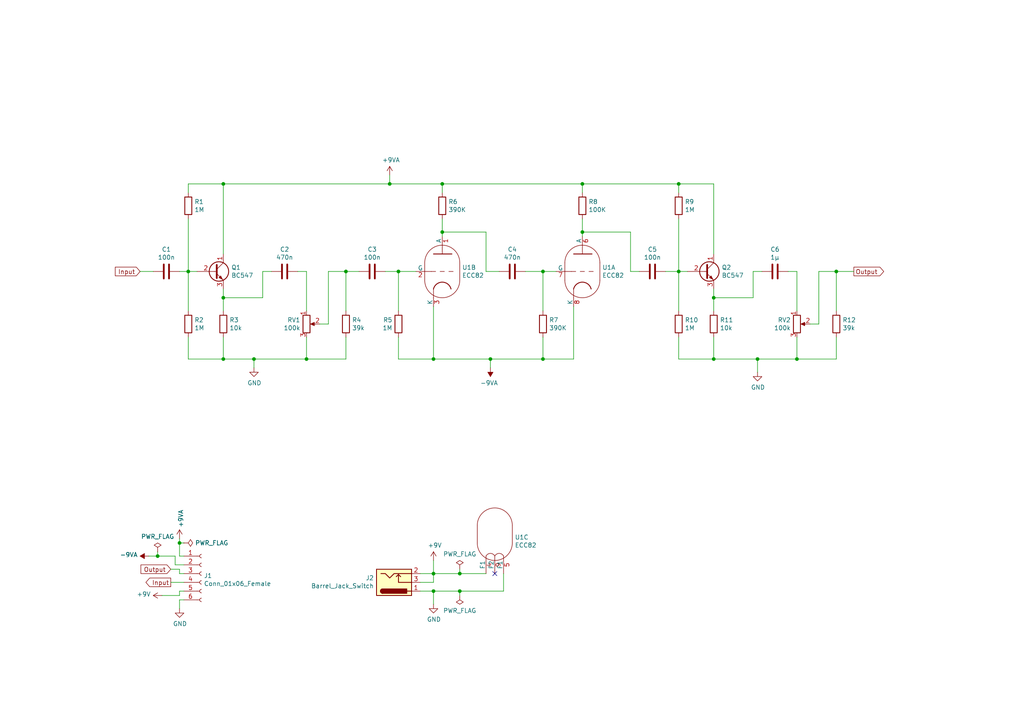
<source format=kicad_sch>
(kicad_sch (version 20211123) (generator eeschema)
  (paper "A4")
  (title_block (title "Triode Sun") (date "2022-01-21") (rev "${REVISION}") (company "${COMPANY}") (comment 1 "${LICENSE}"))
  (lib_symbols
    (symbol "Connector:Barrel_Jack_Switch" (pin_names hide)
      (property "Reference" "J" (at 0 5.334 0))
      (property "Value" "Barrel_Jack_Switch" (at 0 -5.08 0))
      (symbol "Barrel_Jack_Switch_0_1"
        (rectangle (start -5.08 3.81) (end 5.08 -3.81) (stroke (width 0.254)) (fill (type background)))
        (arc (start -3.302 3.175) (mid -3.937 2.54) (end -3.302 1.905) (stroke (width 0.254)))
        (arc (start -3.302 3.175) (mid -3.937 2.54) (end -3.302 1.905) (stroke (width 0.254)) (fill (type outline)))
        (polyline (pts (xy 1.27 -2.286) (xy 1.905 -1.651)) (stroke (width 0.254)))
        (polyline (pts (xy 5.08 2.54) (xy 3.81 2.54)) (stroke (width 0.254)))
        (polyline (pts (xy 5.08 0) (xy 1.27 0) (xy 1.27 -2.286) (xy 0.635 -1.651)) (stroke (width 0.254)))
        (polyline (pts (xy -3.81 -2.54) (xy -2.54 -2.54) (xy -1.27 -1.27) (xy 0 -2.54) (xy 2.54 -2.54) (xy 5.08 -2.54)) (stroke (width 0.254)))
        (rectangle (start 3.683 3.175) (end -3.302 1.905) (stroke (width 0.254)) (fill (type outline)))
      )
      (symbol "Barrel_Jack_Switch_1_1"
        (pin passive line (at 7.62 2.54 180) (length 2.54) (name "~") (number "1"))
        (pin passive line (at 7.62 -2.54 180) (length 2.54) (name "~") (number "2"))
        (pin passive line (at 7.62 0 180) (length 2.54) (name "~") (number "3"))
      )
    )
    (symbol "Connector:Conn_01x06_Female" (pin_names (offset 1.016) hide)
      (property "Reference" "J" (at 0 7.62 0))
      (property "Value" "Conn_01x06_Female" (at 0 -10.16 0))
      (symbol "Conn_01x06_Female_1_1"
        (arc (start 0 -7.112) (mid -0.508 -7.62) (end 0 -8.128) (stroke (width 0.1524)))
        (arc (start 0 -4.572) (mid -0.508 -5.08) (end 0 -5.588) (stroke (width 0.1524)))
        (arc (start 0 -2.032) (mid -0.508 -2.54) (end 0 -3.048) (stroke (width 0.1524)))
        (polyline (pts (xy -1.27 -7.62) (xy -0.508 -7.62)) (stroke (width 0.1524)))
        (polyline (pts (xy -1.27 -5.08) (xy -0.508 -5.08)) (stroke (width 0.1524)))
        (polyline (pts (xy -1.27 -2.54) (xy -0.508 -2.54)) (stroke (width 0.1524)))
        (polyline (pts (xy -1.27 0) (xy -0.508 0)) (stroke (width 0.1524)))
        (polyline (pts (xy -1.27 2.54) (xy -0.508 2.54)) (stroke (width 0.1524)))
        (polyline (pts (xy -1.27 5.08) (xy -0.508 5.08)) (stroke (width 0.1524)))
        (arc (start 0 0.508) (mid -0.508 0) (end 0 -0.508) (stroke (width 0.1524)))
        (arc (start 0 3.048) (mid -0.508 2.54) (end 0 2.032) (stroke (width 0.1524)))
        (arc (start 0 5.588) (mid -0.508 5.08) (end 0 4.572) (stroke (width 0.1524)))
        (pin passive line (at -5.08 5.08 0) (length 3.81) (name "Pin_1") (number "1"))
        (pin passive line (at -5.08 2.54 0) (length 3.81) (name "Pin_2") (number "2"))
        (pin passive line (at -5.08 0 0) (length 3.81) (name "Pin_3") (number "3"))
        (pin passive line (at -5.08 -2.54 0) (length 3.81) (name "Pin_4") (number "4"))
        (pin passive line (at -5.08 -5.08 0) (length 3.81) (name "Pin_5") (number "5"))
        (pin passive line (at -5.08 -7.62 0) (length 3.81) (name "Pin_6") (number "6"))
      )
    )
    (symbol "Device:C" (pin_numbers hide) (pin_names (offset 0.254))
      (property "Reference" "C" (at 0.635 2.54 0))
      (property "Value" "C" (at 0.635 -2.54 0))
      (symbol "C_0_1"
        (polyline (pts (xy -2.032 -0.762) (xy 2.032 -0.762)) (stroke (width 0.508)))
        (polyline (pts (xy -2.032 0.762) (xy 2.032 0.762)) (stroke (width 0.508)))
      )
      (symbol "C_1_1"
        (pin passive line (at 0 3.81 270) (length 2.794) (name "~") (number "1"))
        (pin passive line (at 0 -3.81 90) (length 2.794) (name "~") (number "2"))
      )
    )
    (symbol "Device:R" (pin_numbers hide) (pin_names (offset 0))
      (property "Reference" "R" (at 2.032 0 90))
      (property "Value" "R" (at 0 0 90))
      (symbol "R_0_1"
        (rectangle (start -1.016 -2.54) (end 1.016 2.54) (stroke (width 0.254)))
      )
      (symbol "R_1_1"
        (pin passive line (at 0 3.81 270) (length 1.27) (name "~") (number "1"))
        (pin passive line (at 0 -3.81 90) (length 1.27) (name "~") (number "2"))
      )
    )
    (symbol "Device:R_POT" (pin_names (offset 1.016) hide)
      (property "Reference" "RV" (at -4.445 0 90))
      (property "Value" "Device_R_POT" (at -2.54 0 90))
      (symbol "R_POT_0_1"
        (polyline (pts (xy 2.54 0) (xy 1.524 0)))
        (polyline (pts (xy 1.143 0) (xy 2.286 0.508) (xy 2.286 -0.508) (xy 1.143 0)) (fill (type outline)))
        (rectangle (start 1.016 2.54) (end -1.016 -2.54) (stroke (width 0.254)))
      )
      (symbol "R_POT_1_1"
        (pin passive line (at 0 3.81 270) (length 1.27) (name "1") (number "1"))
        (pin passive line (at 3.81 0 180) (length 1.27) (name "2") (number "2"))
        (pin passive line (at 0 -3.81 90) (length 1.27) (name "3") (number "3"))
      )
    )
    (symbol "Transistor_BJT:BC547" (pin_names (offset 0) hide)
      (property "Reference" "Q" (at 5.08 1.905 0))
      (property "Value" "BC547" (at 5.08 0 0))
      (symbol "BC547_0_1"
        (polyline (pts (xy 0 0) (xy 0.635 0)))
        (polyline (pts (xy 0.635 0.635) (xy 2.54 2.54)))
        (polyline (pts (xy 0.635 -0.635) (xy 2.54 -2.54) (xy 2.54 -2.54)))
        (polyline (pts (xy 0.635 1.905) (xy 0.635 -1.905) (xy 0.635 -1.905)) (stroke (width 0.508)))
        (polyline (pts (xy 1.27 -1.778) (xy 1.778 -1.27) (xy 2.286 -2.286) (xy 1.27 -1.778) (xy 1.27 -1.778)) (fill (type outline)))
        (circle (center 1.27 0) (radius 2.8194) (stroke (width 0.254)))
      )
      (symbol "BC547_1_1"
        (pin passive line (at 2.54 5.08 270) (length 2.54) (name "C") (number "1"))
        (pin input line (at -5.08 0 0) (length 5.08) (name "B") (number "2"))
        (pin passive line (at 2.54 -5.08 90) (length 2.54) (name "E") (number "3"))
      )
    )
    (symbol "Valve:ECC83" (pin_names (offset 0))
      (property "Reference" "U" (at 3.302 7.874 0))
      (property "Value" "ECC83" (at 8.89 -7.62 0))
      (symbol "ECC83_0_1"
        (arc (start -5.08 -2.54) (mid 0 -7.62) (end 5.08 -2.54))
        (polyline (pts (xy 5.08 2.54) (xy 5.08 -2.54)))
        (polyline (pts (xy -5.08 2.54) (xy -5.08 -2.54) (xy -5.08 -2.54)))
        (arc (start 5.08 2.54) (mid 0 7.62) (end -5.08 2.54))
      )
      (symbol "ECC83_1_0"
        (polyline (pts (xy -2.54 -5.08) (xy -2.54 -7.62)))
        (polyline (pts (xy 0 5.08) (xy 0 7.62)))
      )
      (symbol "ECC83_1_1"
        (polyline (pts (xy -5.08 0) (xy -3.175 0)))
        (polyline (pts (xy -1.905 0) (xy -3.175 0)) (stroke (width 0.1524)))
        (polyline (pts (xy -0.635 0) (xy 0.635 0)) (stroke (width 0.1524)))
        (polyline (pts (xy 1.905 0) (xy 3.175 0)) (stroke (width 0.1524)))
        (polyline (pts (xy -2.54 5.08) (xy 2.794 5.08) (xy 2.794 5.08)) (stroke (width 0.254)))
        (arc (start 2.54 -5.08) (mid 0 -3.0968) (end -2.54 -5.08) (stroke (width 0.254)))
        (pin output line (at 0 10.16 270) (length 2.54) (name "A") (number "6"))
        (pin input line (at -7.62 0 0) (length 2.54) (name "G") (number "7"))
        (pin bidirectional line (at -2.54 -10.16 90) (length 2.54) (name "K") (number "8"))
      )
      (symbol "ECC83_2_0"
        (polyline (pts (xy -2.54 -5.08) (xy -2.54 -7.62)))
        (polyline (pts (xy 0 5.08) (xy 0 7.62)))
      )
      (symbol "ECC83_2_1"
        (polyline (pts (xy -5.08 0) (xy -3.175 0)))
        (polyline (pts (xy -1.905 0) (xy -3.175 0)) (stroke (width 0.1524)))
        (polyline (pts (xy -0.635 0) (xy 0.635 0)) (stroke (width 0.1524)))
        (polyline (pts (xy 1.905 0) (xy 3.175 0)) (stroke (width 0.1524)))
        (polyline (pts (xy -2.54 5.08) (xy 2.794 5.08) (xy 2.794 5.08)) (stroke (width 0.254)))
        (arc (start 2.54 -5.08) (mid 0 -3.0968) (end -2.54 -5.08) (stroke (width 0.254)))
        (pin output line (at 0 10.16 270) (length 2.54) (name "A") (number "1"))
        (pin input line (at -7.62 0 0) (length 2.54) (name "G") (number "2"))
        (pin bidirectional line (at -2.54 -10.16 90) (length 2.54) (name "K") (number "3"))
      )
      (symbol "ECC83_3_1"
        (arc (start 0 -6.35) (mid -1.27 -5.5651) (end -2.54 -6.35))
        (arc (start 2.54 -6.35) (mid 1.27 -5.5651) (end 0 -6.35))
        (pin power_in line (at -2.54 -11.43 90) (length 5.08) (name "F1") (number "4"))
        (pin power_in line (at 2.54 -11.43 90) (length 5.08) (name "F1") (number "5"))
        (pin power_in line (at 0 -11.43 90) (length 5.08) (name "F2") (number "9"))
      )
    )
    (symbol "power:+9V" (power) (pin_names (offset 0))
      (property "Value" "+9V" (at 0 3.556 0))
      (symbol "+9V_0_1"
        (polyline (pts (xy -0.762 1.27) (xy 0 2.54)))
        (polyline (pts (xy 0 0) (xy 0 2.54)))
        (polyline (pts (xy 0 2.54) (xy 0.762 1.27)))
      )
      (symbol "+9V_1_1"
        (pin power_in line (at 0 0 90) (length 0) hide (name "+9V") (number "1"))
      )
    )
    (symbol "power:+9VA" (power) (pin_names (offset 0))
      (property "Value" "+9VA" (at 0 3.81 0))
      (symbol "+9VA_0_1"
        (polyline (pts (xy -0.762 1.27) (xy 0 2.54)))
        (polyline (pts (xy 0 0) (xy 0 2.54)))
        (polyline (pts (xy 0 2.54) (xy 0.762 1.27)))
      )
      (symbol "+9VA_1_1"
        (pin power_in line (at 0 0 90) (length 0) hide (name "+9VA") (number "1"))
      )
    )
    (symbol "power:-9VA" (power) (pin_names (offset 0))
      (property "Value" "-9VA" (at 0 3.81 0))
      (symbol "-9VA_0_1"
        (polyline (pts (xy 0 0) (xy 0 2.54)))
        (polyline (pts (xy 0.762 1.27) (xy -0.762 1.27) (xy 0 2.54) (xy 0.762 1.27)) (fill (type outline)))
      )
      (symbol "-9VA_1_1"
        (pin power_in line (at 0 0 90) (length 0) hide (name "-9VA") (number "1"))
      )
    )
    (symbol "power:GND" (power) (pin_names (offset 0))
      (property "Value" "GND" (at 0 -3.81 0))
      (symbol "GND_0_1"
        (polyline (pts (xy 0 0) (xy 0 -1.27) (xy 1.27 -1.27) (xy 0 -2.54) (xy -1.27 -1.27) (xy 0 -1.27)))
      )
      (symbol "GND_1_1"
        (pin power_in line (at 0 0 270) (length 0) hide (name "GND") (number "1"))
      )
    )
    (symbol "power:PWR_FLAG" (power) (pin_numbers hide) (pin_names (offset 0) hide)
      (property "Value" "PWR_FLAG" (at 0 3.81 0))
      (symbol "PWR_FLAG_0_0"
        (pin power_out line (at 0 0 90) (length 0) (name "pwr") (number "1"))
      )
      (symbol "PWR_FLAG_0_1"
        (polyline (pts (xy 0 0) (xy 0 1.27) (xy -1.016 1.905) (xy 0 2.54) (xy 1.016 1.905) (xy 0 1.27)))
      )
    )
  )
  (junction (at 157.48 104.14))
  (junction (at 52.07 157.48))
  (junction (at 125.73 171.45))
  (junction (at 54.61 78.74))
  (junction (at 133.35 171.45))
  (junction (at 88.9 104.14))
  (junction (at 196.85 78.74))
  (junction (at 113.03 53.34))
  (junction (at 219.71 104.14))
  (junction (at 157.48 78.74))
  (junction (at 128.27 67.31))
  (junction (at 133.35 166.37))
  (junction (at 231.14 104.14))
  (junction (at 64.77 104.14))
  (junction (at 168.91 53.34))
  (junction (at 207.01 104.14))
  (junction (at 242.57 78.74))
  (junction (at 196.85 53.34))
  (junction (at 207.01 86.36))
  (junction (at 64.77 53.34))
  (junction (at 115.57 78.74))
  (junction (at 64.77 86.36))
  (junction (at 45.72 161.29))
  (junction (at 100.33 78.74))
  (junction (at 142.24 104.14))
  (junction (at 73.66 104.14))
  (junction (at 128.27 53.34))
  (junction (at 168.91 67.31))
  (junction (at 125.73 104.14))
  (junction (at 125.73 166.37))
  (no_connect (at 143.51 166.37))
  (wire (pts (xy 54.61 53.34) (xy 64.77 53.34)))
  (wire (pts (xy 73.66 104.14) (xy 64.77 104.14)))
  (wire (pts (xy 45.72 161.29) (xy 50.8 161.29)))
  (wire (pts (xy 237.49 78.74) (xy 242.57 78.74)))
  (wire (pts (xy 157.48 78.74) (xy 161.29 78.74)))
  (wire (pts (xy 64.77 104.14) (xy 54.61 104.14)))
  (wire (pts (xy 125.73 88.9) (xy 125.73 104.14)))
  (wire (pts (xy 125.73 168.91) (xy 125.73 166.37)))
  (wire (pts (xy 125.73 171.45) (xy 125.73 175.26)))
  (wire (pts (xy 133.35 171.45) (xy 146.05 171.45)))
  (wire (pts (xy 95.25 93.98) (xy 95.25 78.74)))
  (wire (pts (xy 113.03 50.8) (xy 113.03 53.34)))
  (wire (pts (xy 115.57 97.79) (xy 115.57 104.14)))
  (wire (pts (xy 76.2 86.36) (xy 76.2 78.74)))
  (wire (pts (xy 121.92 168.91) (xy 125.73 168.91)))
  (wire (pts (xy 100.33 90.17) (xy 100.33 78.74)))
  (wire (pts (xy 128.27 67.31) (xy 140.97 67.31)))
  (wire (pts (xy 207.01 83.82) (xy 207.01 86.36)))
  (wire (pts (xy 157.48 97.79) (xy 157.48 104.14)))
  (wire (pts (xy 52.07 161.29) (xy 53.34 161.29)))
  (wire (pts (xy 196.85 78.74) (xy 196.85 90.17)))
  (wire (pts (xy 52.07 165.1) (xy 49.53 165.1)))
  (wire (pts (xy 54.61 78.74) (xy 57.15 78.74)))
  (wire (pts (xy 182.88 78.74) (xy 185.42 78.74)))
  (wire (pts (xy 146.05 171.45) (xy 146.05 166.37)))
  (wire (pts (xy 157.48 104.14) (xy 166.37 104.14)))
  (wire (pts (xy 125.73 166.37) (xy 133.35 166.37)))
  (wire (pts (xy 52.07 173.99) (xy 53.34 173.99)))
  (wire (pts (xy 128.27 63.5) (xy 128.27 67.31)))
  (wire (pts (xy 88.9 104.14) (xy 73.66 104.14)))
  (wire (pts (xy 88.9 97.79) (xy 88.9 104.14)))
  (wire (pts (xy 125.73 104.14) (xy 142.24 104.14)))
  (wire (pts (xy 196.85 97.79) (xy 196.85 104.14)))
  (wire (pts (xy 52.07 156.21) (xy 52.07 157.48)))
  (wire (pts (xy 128.27 67.31) (xy 128.27 68.58)))
  (wire (pts (xy 86.36 78.74) (xy 88.9 78.74)))
  (wire (pts (xy 100.33 104.14) (xy 100.33 97.79)))
  (wire (pts (xy 237.49 93.98) (xy 237.49 78.74)))
  (wire (pts (xy 207.01 97.79) (xy 207.01 104.14)))
  (wire (pts (xy 242.57 90.17) (xy 242.57 78.74)))
  (wire (pts (xy 196.85 63.5) (xy 196.85 78.74)))
  (wire (pts (xy 54.61 63.5) (xy 54.61 78.74)))
  (wire (pts (xy 43.18 161.29) (xy 45.72 161.29)))
  (wire (pts (xy 196.85 78.74) (xy 199.39 78.74)))
  (wire (pts (xy 207.01 104.14) (xy 196.85 104.14)))
  (wire (pts (xy 218.44 86.36) (xy 218.44 78.74)))
  (wire (pts (xy 234.95 93.98) (xy 237.49 93.98)))
  (wire (pts (xy 100.33 78.74) (xy 104.14 78.74)))
  (wire (pts (xy 111.76 78.74) (xy 115.57 78.74)))
  (wire (pts (xy 52.07 176.53) (xy 52.07 173.99)))
  (wire (pts (xy 115.57 78.74) (xy 120.65 78.74)))
  (wire (pts (xy 196.85 55.88) (xy 196.85 53.34)))
  (wire (pts (xy 64.77 86.36) (xy 64.77 90.17)))
  (wire (pts (xy 52.07 166.37) (xy 52.07 165.1)))
  (wire (pts (xy 133.35 165.1) (xy 133.35 166.37)))
  (wire (pts (xy 207.01 53.34) (xy 207.01 73.66)))
  (wire (pts (xy 121.92 171.45) (xy 125.73 171.45)))
  (wire (pts (xy 76.2 78.74) (xy 78.74 78.74)))
  (wire (pts (xy 64.77 53.34) (xy 64.77 73.66)))
  (wire (pts (xy 95.25 78.74) (xy 100.33 78.74)))
  (wire (pts (xy 92.71 93.98) (xy 95.25 93.98)))
  (wire (pts (xy 46.99 172.72) (xy 52.07 172.72)))
  (wire (pts (xy 168.91 53.34) (xy 168.91 55.88)))
  (wire (pts (xy 121.92 166.37) (xy 125.73 166.37)))
  (wire (pts (xy 157.48 78.74) (xy 157.48 90.17)))
  (wire (pts (xy 53.34 166.37) (xy 52.07 166.37)))
  (wire (pts (xy 152.4 78.74) (xy 157.48 78.74)))
  (wire (pts (xy 50.8 161.29) (xy 50.8 163.83)))
  (wire (pts (xy 125.73 171.45) (xy 133.35 171.45)))
  (wire (pts (xy 228.6 78.74) (xy 231.14 78.74)))
  (wire (pts (xy 73.66 104.14) (xy 73.66 106.68)))
  (wire (pts (xy 142.24 106.68) (xy 142.24 104.14)))
  (wire (pts (xy 142.24 104.14) (xy 157.48 104.14)))
  (wire (pts (xy 88.9 104.14) (xy 100.33 104.14)))
  (wire (pts (xy 125.73 162.56) (xy 125.73 166.37)))
  (wire (pts (xy 168.91 63.5) (xy 168.91 67.31)))
  (wire (pts (xy 64.77 97.79) (xy 64.77 104.14)))
  (wire (pts (xy 168.91 67.31) (xy 182.88 67.31)))
  (wire (pts (xy 52.07 78.74) (xy 54.61 78.74)))
  (wire (pts (xy 219.71 104.14) (xy 231.14 104.14)))
  (wire (pts (xy 207.01 86.36) (xy 218.44 86.36)))
  (wire (pts (xy 88.9 78.74) (xy 88.9 90.17)))
  (wire (pts (xy 50.8 163.83) (xy 53.34 163.83)))
  (wire (pts (xy 231.14 104.14) (xy 242.57 104.14)))
  (wire (pts (xy 125.73 104.14) (xy 115.57 104.14)))
  (wire (pts (xy 168.91 67.31) (xy 168.91 68.58)))
  (wire (pts (xy 49.53 168.91) (xy 53.34 168.91)))
  (wire (pts (xy 207.01 104.14) (xy 219.71 104.14)))
  (wire (pts (xy 53.34 157.48) (xy 52.07 157.48)))
  (wire (pts (xy 40.64 78.74) (xy 44.45 78.74)))
  (wire (pts (xy 219.71 104.14) (xy 219.71 107.95)))
  (wire (pts (xy 52.07 171.45) (xy 53.34 171.45)))
  (wire (pts (xy 64.77 53.34) (xy 113.03 53.34)))
  (wire (pts (xy 52.07 161.29) (xy 52.07 157.48)))
  (wire (pts (xy 193.04 78.74) (xy 196.85 78.74)))
  (wire (pts (xy 196.85 53.34) (xy 207.01 53.34)))
  (wire (pts (xy 231.14 78.74) (xy 231.14 90.17)))
  (wire (pts (xy 242.57 104.14) (xy 242.57 97.79)))
  (wire (pts (xy 115.57 78.74) (xy 115.57 90.17)))
  (wire (pts (xy 128.27 53.34) (xy 168.91 53.34)))
  (wire (pts (xy 54.61 97.79) (xy 54.61 104.14)))
  (wire (pts (xy 140.97 78.74) (xy 144.78 78.74)))
  (wire (pts (xy 52.07 172.72) (xy 52.07 171.45)))
  (wire (pts (xy 64.77 86.36) (xy 76.2 86.36)))
  (wire (pts (xy 242.57 78.74) (xy 247.65 78.74)))
  (wire (pts (xy 166.37 88.9) (xy 166.37 104.14)))
  (wire (pts (xy 64.77 83.82) (xy 64.77 86.36)))
  (wire (pts (xy 133.35 166.37) (xy 140.97 166.37)))
  (wire (pts (xy 218.44 78.74) (xy 220.98 78.74)))
  (wire (pts (xy 133.35 172.72) (xy 133.35 171.45)))
  (wire (pts (xy 54.61 55.88) (xy 54.61 53.34)))
  (wire (pts (xy 168.91 53.34) (xy 196.85 53.34)))
  (wire (pts (xy 231.14 97.79) (xy 231.14 104.14)))
  (wire (pts (xy 207.01 86.36) (xy 207.01 90.17)))
  (wire (pts (xy 140.97 67.31) (xy 140.97 78.74)))
  (wire (pts (xy 54.61 78.74) (xy 54.61 90.17)))
  (wire (pts (xy 113.03 53.34) (xy 128.27 53.34)))
  (wire (pts (xy 128.27 53.34) (xy 128.27 55.88)))
  (wire (pts (xy 45.72 160.02) (xy 45.72 161.29)))
  (wire (pts (xy 182.88 67.31) (xy 182.88 78.74)))
  (global_label "Output" (shape input) (at 49.53 165.1 180) (property "Intersheet References" "${INTERSHEET_REFS}" (effects hide)))
  (global_label "Input" (shape output) (at 49.53 168.91 180) (property "Intersheet References" "${INTERSHEET_REFS}" (effects hide)))
  (global_label "Input" (shape input) (at 40.64 78.74 180) (property "Intersheet References" "${INTERSHEET_REFS}" (effects hide)))
  (global_label "Output" (shape output) (at 247.65 78.74 0) (property "Intersheet References" "${INTERSHEET_REFS}" (effects hide)))
  (symbol (lib_id "Valve:ECC83") (at 128.27 78.74 0) (unit 2)
    (property "Reference" "U1" (at 134.0358 77.5716 0) (effects (justify left)))
    (property "Value" "ECC82" (at 134.0358 79.883 0) (effects (justify left)))
    (property "Footprint" "NLS:SOCKET-NOVAL" (effects hide))
  )
  (symbol (lib_id "Valve:ECC83") (at 168.91 78.74 0) (unit 1)
    (property "Reference" "U1" (at 174.6758 77.5716 0) (effects (justify left)))
    (property "Value" "ECC82" (at 174.6758 79.883 0) (effects (justify left)))
    (property "Footprint" "NLS:SOCKET-NOVAL" (effects hide))
  )
  (symbol (lib_id "Device:C") (at 48.26 78.74 270) (unit 1)
    (property "Reference" "C1" (at 48.26 72.3392 90))
    (property "Value" "100n" (at 48.26 74.6506 90))
    (property "Footprint" "Capacitor_THT:C_Rect_L7.2mm_W2.5mm_P5.00mm_FKS2_FKP2_MKS2_MKP2" (effects hide))
  )
  (symbol (lib_id "Device:C") (at 148.59 78.74 270) (unit 1)
    (property "Reference" "C4" (at 148.59 72.3392 90))
    (property "Value" "470n" (at 148.59 74.6506 90))
    (property "Footprint" "Capacitor_THT:C_Rect_L7.2mm_W3.5mm_P5.00mm_FKS2_FKP2_MKS2_MKP2" (effects hide))
  )
  (symbol (lib_id "Device:C") (at 224.79 78.74 270) (unit 1)
    (property "Reference" "C6" (at 224.79 72.3392 90))
    (property "Value" "1µ" (at 224.79 74.6506 90))
    (property "Footprint" "Capacitor_THT:C_Rect_L7.2mm_W4.5mm_P5.00mm_FKS2_FKP2_MKS2_MKP2" (effects hide))
  )
  (symbol (lib_id "Device:R") (at 128.27 59.69 180) (unit 1)
    (property "Reference" "R6" (at 130.048 58.5216 0) (effects (justify right)))
    (property "Value" "390K" (at 130.048 60.833 0) (effects (justify right)))
    (property "Footprint" "Resistor_THT:R_Axial_DIN0207_L6.3mm_D2.5mm_P2.54mm_Vertical" (effects hide))
  )
  (symbol (lib_id "Device:R") (at 168.91 59.69 0) (unit 1)
    (property "Reference" "R8" (at 170.688 58.5216 0) (effects (justify left)))
    (property "Value" "100K" (at 170.688 60.833 0) (effects (justify left)))
    (property "Footprint" "Resistor_THT:R_Axial_DIN0207_L6.3mm_D2.5mm_P2.54mm_Vertical" (effects hide))
  )
  (symbol (lib_id "Device:R") (at 115.57 93.98 0) (mirror x) (unit 1)
    (property "Reference" "R5" (at 113.8174 92.8116 0) (effects (justify right)))
    (property "Value" "1M" (at 113.8174 95.123 0) (effects (justify right)))
    (property "Footprint" "Resistor_THT:R_Axial_DIN0207_L6.3mm_D2.5mm_P2.54mm_Vertical" (effects hide))
  )
  (symbol (lib_id "Device:R") (at 157.48 93.98 180) (unit 1)
    (property "Reference" "R7" (at 159.258 92.8116 0) (effects (justify right)))
    (property "Value" "390K" (at 159.258 95.123 0) (effects (justify right)))
    (property "Footprint" "Resistor_THT:R_Axial_DIN0207_L6.3mm_D2.5mm_P2.54mm_Vertical" (effects hide))
  )
  (symbol (lib_id "Connector:Barrel_Jack_Switch") (at 114.3 168.91 0) (mirror x) (unit 1)
    (property "Reference" "J2" (at 108.458 167.64 0) (effects (justify right)))
    (property "Value" "Barrel_Jack_Switch" (at 108.458 169.9514 0) (effects (justify right)))
    (property "Footprint" "NLS:BarrelJack_Horizontal_Short" (effects hide))
  )
  (symbol (lib_id "power:GND") (at 125.73 175.26 0) (unit 1)
    (property "Reference" "#PWR0102" (effects hide))
    (property "Value" "GND" (at 125.857 179.6542 0))
  )
  (symbol (lib_id "power:+9V") (at 125.73 162.56 0) (unit 1)
    (property "Reference" "#PWR0101" (effects hide))
    (property "Value" "+9V" (at 126.111 158.1658 0))
  )
  (symbol (lib_id "Transistor_BJT:BC547") (at 62.23 78.74 0) (unit 1)
    (property "Reference" "Q1" (at 67.0814 77.5716 0) (effects (justify left)))
    (property "Value" "BC547" (at 67.0814 79.883 0) (effects (justify left)))
    (property "Footprint" "Package_TO_SOT_THT:TO-92_Wide" (effects hide))
    (property "Datasheet" "http://www.fairchildsemi.com/ds/BC/BC547.pdf" (effects hide))
  )
  (symbol (lib_id "Device:R") (at 64.77 93.98 0) (unit 1)
    (property "Reference" "R3" (at 66.548 92.8116 0) (effects (justify left)))
    (property "Value" "10k" (at 66.548 95.123 0) (effects (justify left)))
    (property "Footprint" "Resistor_THT:R_Axial_DIN0207_L6.3mm_D2.5mm_P2.54mm_Vertical" (effects hide))
  )
  (symbol (lib_id "Device:R") (at 54.61 93.98 180) (unit 1)
    (property "Reference" "R2" (at 56.388 92.8116 0) (effects (justify right)))
    (property "Value" "1M" (at 56.388 95.123 0) (effects (justify right)))
    (property "Footprint" "Resistor_THT:R_Axial_DIN0207_L6.3mm_D2.5mm_P2.54mm_Vertical" (effects hide))
  )
  (symbol (lib_id "Device:R") (at 54.61 59.69 0) (unit 1)
    (property "Reference" "R1" (at 56.388 58.5216 0) (effects (justify left)))
    (property "Value" "1M" (at 56.388 60.833 0) (effects (justify left)))
    (property "Footprint" "Resistor_THT:R_Axial_DIN0207_L6.3mm_D2.5mm_P2.54mm_Vertical" (effects hide))
  )
  (symbol (lib_id "Device:C") (at 82.55 78.74 270) (unit 1)
    (property "Reference" "C2" (at 82.55 72.3392 90))
    (property "Value" "470n" (at 82.55 74.6506 90))
    (property "Footprint" "Capacitor_THT:C_Rect_L7.2mm_W3.5mm_P5.00mm_FKS2_FKP2_MKS2_MKP2" (effects hide))
  )
  (symbol (lib_id "power:-9VA") (at 142.24 106.68 180) (unit 1)
    (property "Reference" "#PWR03" (effects hide))
    (property "Value" "-9VA" (at 141.859 111.0742 0))
  )
  (symbol (lib_id "Device:R_POT") (at 231.14 93.98 0) (unit 1)
    (property "Reference" "RV2" (at 229.362 92.8116 0) (effects (justify right)))
    (property "Value" "100k" (at 229.362 95.123 0) (effects (justify right)))
    (property "Footprint" "Potentiometer_THT:Potentiometer_Alps_RK09K_Single_Vertical" (effects hide))
  )
  (symbol (lib_id "Device:R") (at 242.57 93.98 0) (unit 1)
    (property "Reference" "R12" (at 244.348 92.8116 0) (effects (justify left)))
    (property "Value" "39k" (at 244.348 95.123 0) (effects (justify left)))
    (property "Footprint" "Resistor_THT:R_Axial_DIN0207_L6.3mm_D2.5mm_P2.54mm_Vertical" (effects hide))
  )
  (symbol (lib_id "power:+9VA") (at 113.03 50.8 0) (unit 1)
    (property "Reference" "#PWR02" (effects hide))
    (property "Value" "+9VA" (at 113.411 46.4058 0))
  )
  (symbol (lib_id "Device:R_POT") (at 88.9 93.98 0) (unit 1)
    (property "Reference" "RV1" (at 87.122 92.8116 0) (effects (justify right)))
    (property "Value" "100k" (at 87.122 95.123 0) (effects (justify right)))
    (property "Footprint" "Potentiometer_THT:Potentiometer_Alps_RK09K_Single_Vertical" (effects hide))
  )
  (symbol (lib_id "Device:R") (at 100.33 93.98 0) (unit 1)
    (property "Reference" "R4" (at 102.108 92.8116 0) (effects (justify left)))
    (property "Value" "39k" (at 102.108 95.123 0) (effects (justify left)))
    (property "Footprint" "Resistor_THT:R_Axial_DIN0207_L6.3mm_D2.5mm_P2.54mm_Vertical" (effects hide))
  )
  (symbol (lib_id "Device:C") (at 107.95 78.74 270) (unit 1)
    (property "Reference" "C3" (at 107.95 72.3392 90))
    (property "Value" "100n" (at 107.95 74.6506 90))
    (property "Footprint" "Capacitor_THT:C_Rect_L7.2mm_W2.5mm_P5.00mm_FKS2_FKP2_MKS2_MKP2" (effects hide))
  )
  (symbol (lib_id "Valve:ECC83") (at 143.51 154.94 0) (unit 3)
    (property "Reference" "U1" (at 149.3012 155.829 0) (effects (justify left)))
    (property "Value" "ECC82" (at 149.3012 158.1404 0) (effects (justify left)))
    (property "Footprint" "NLS:SOCKET-NOVAL" (effects hide))
  )
  (symbol (lib_id "power:GND") (at 73.66 106.68 0) (unit 1)
    (property "Reference" "#PWR01" (effects hide))
    (property "Value" "GND" (at 73.787 111.0742 0))
  )
  (symbol (lib_id "power:GND") (at 219.71 107.95 0) (unit 1)
    (property "Reference" "#PWR04" (effects hide))
    (property "Value" "GND" (at 219.837 112.3442 0))
  )
  (symbol (lib_id "Connector:Conn_01x06_Female") (at 58.42 166.37 0) (unit 1)
    (property "Reference" "J1" (at 59.1312 166.9796 0) (effects (justify left)))
    (property "Value" "Conn_01x06_Female" (at 59.1312 169.291 0) (effects (justify left)))
    (property "Footprint" "Connector_PinHeader_2.54mm:PinHeader_1x06_P2.54mm_Vertical" (effects hide))
  )
  (symbol (lib_id "power:+9VA") (at 52.07 156.21 0) (unit 1)
    (property "Reference" "#PWR0103" (effects hide))
    (property "Value" "+9VA" (at 52.451 152.9842 90) (effects (justify left)))
  )
  (symbol (lib_id "power:+9V") (at 46.99 172.72 90) (unit 1)
    (property "Reference" "#PWR0104" (effects hide))
    (property "Value" "+9V" (at 43.7388 172.339 90) (effects (justify left)))
  )
  (symbol (lib_id "power:GND") (at 52.07 176.53 0) (unit 1)
    (property "Reference" "#PWR0105" (effects hide))
    (property "Value" "GND" (at 52.197 180.9242 0))
  )
  (symbol (lib_id "Device:R") (at 196.85 59.69 0) (unit 1)
    (property "Reference" "R9" (at 198.628 58.5216 0) (effects (justify left)))
    (property "Value" "1M" (at 198.628 60.833 0) (effects (justify left)))
    (property "Footprint" "Resistor_THT:R_Axial_DIN0207_L6.3mm_D2.5mm_P2.54mm_Vertical" (effects hide))
  )
  (symbol (lib_id "Device:R") (at 196.85 93.98 180) (unit 1)
    (property "Reference" "R10" (at 198.628 92.8116 0) (effects (justify right)))
    (property "Value" "1M" (at 198.628 95.123 0) (effects (justify right)))
    (property "Footprint" "Resistor_THT:R_Axial_DIN0207_L6.3mm_D2.5mm_P2.54mm_Vertical" (effects hide))
  )
  (symbol (lib_id "Device:R") (at 207.01 93.98 0) (unit 1)
    (property "Reference" "R11" (at 208.788 92.8116 0) (effects (justify left)))
    (property "Value" "10k" (at 208.788 95.123 0) (effects (justify left)))
    (property "Footprint" "Resistor_THT:R_Axial_DIN0207_L6.3mm_D2.5mm_P2.54mm_Vertical" (effects hide))
  )
  (symbol (lib_id "Transistor_BJT:BC547") (at 204.47 78.74 0) (unit 1)
    (property "Reference" "Q2" (at 209.3214 77.5716 0) (effects (justify left)))
    (property "Value" "BC547" (at 209.3214 79.883 0) (effects (justify left)))
    (property "Footprint" "Package_TO_SOT_THT:TO-92_Wide" (effects hide))
    (property "Datasheet" "http://www.fairchildsemi.com/ds/BC/BC547.pdf" (effects hide))
  )
  (symbol (lib_id "Device:C") (at 189.23 78.74 270) (unit 1)
    (property "Reference" "C5" (at 189.23 72.3392 90))
    (property "Value" "100n" (at 189.23 74.6506 90))
    (property "Footprint" "Capacitor_THT:C_Rect_L7.2mm_W2.5mm_P5.00mm_FKS2_FKP2_MKS2_MKP2" (effects hide))
  )
  (symbol (lib_id "power:-9VA") (at 43.18 161.29 90) (unit 1)
    (property "Reference" "#PWR0106" (effects hide))
    (property "Value" "-9VA" (at 39.9542 160.909 90) (effects (justify left)))
  )
  (symbol (lib_id "power:PWR_FLAG") (at 53.34 157.48 270) (unit 1)
    (property "Reference" "#FLG0101" (effects hide))
    (property "Value" "PWR_FLAG" (at 56.5912 157.48 90) (effects (justify left)))
  )
  (symbol (lib_id "power:PWR_FLAG") (at 133.35 172.72 180) (unit 1)
    (property "Reference" "#FLG0102" (effects hide))
    (property "Value" "PWR_FLAG" (at 133.35 177.1142 0))
  )
  (symbol (lib_id "power:PWR_FLAG") (at 133.35 165.1 0) (unit 1)
    (property "Reference" "#FLG0103" (effects hide))
    (property "Value" "PWR_FLAG" (at 133.35 160.7058 0))
  )
  (symbol (lib_id "power:PWR_FLAG") (at 45.72 160.02 0) (unit 1)
    (property "Reference" "#FLG0104" (effects hide))
    (property "Value" "PWR_FLAG" (at 45.72 155.6258 0))
  )
)
</source>
